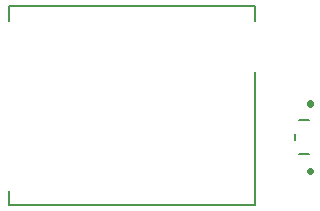
<source format=gto>
G04 DipTrace Beta 2.3.5.2*
%INBrolemetry.GTO*%
%MOIN*%
%ADD19C,0.022*%
%ADD24C,0.008*%
%FSLAX44Y44*%
G04*
G70*
G90*
G75*
G01*
%LNTopSilk*%
%LPD*%
X11915Y3738D2*
D19*
Y3762D1*
Y1512D2*
Y1488D1*
X11569Y3184D2*
D24*
X11907D1*
Y2064D2*
X11569D1*
X11419Y2518D2*
Y2730D1*
X10077Y6987D2*
Y6515D1*
Y4783D2*
Y373D1*
X1888D1*
Y845D1*
Y6515D2*
Y6987D1*
X10077D1*
M02*

</source>
